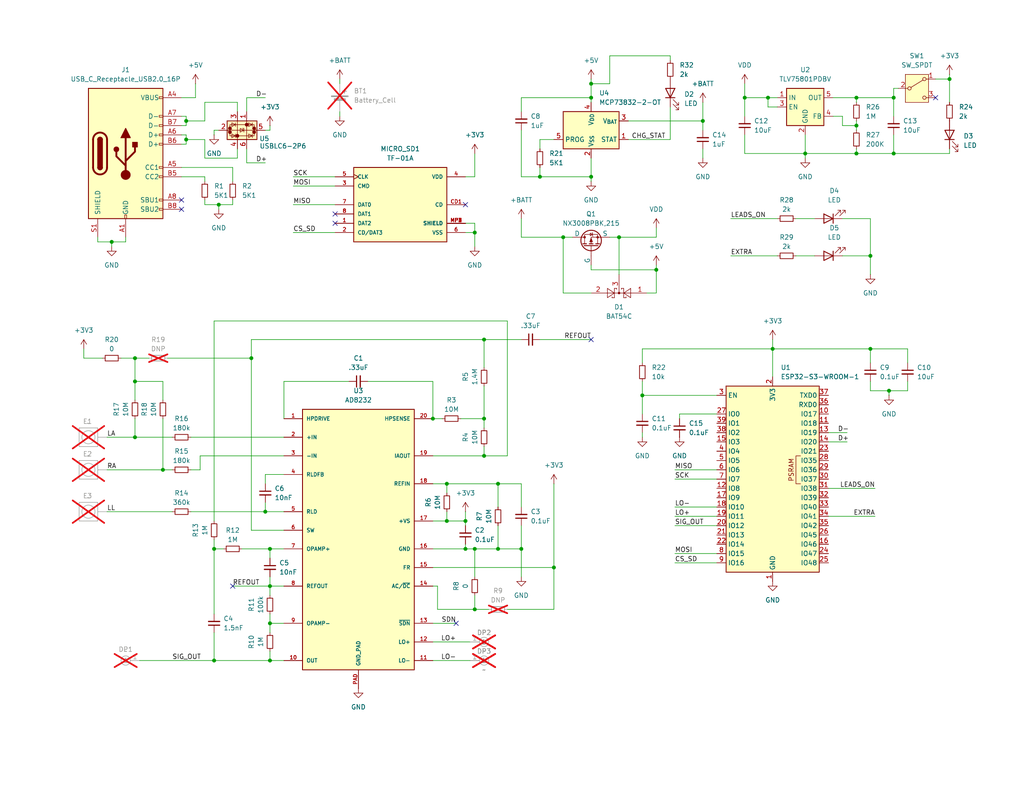
<source format=kicad_sch>
(kicad_sch (version 20231120) (generator "eeschema") (generator_version "8.0")
  (paper "USLetter")
  (title_block (title "Finger ECG Board") (date "2024-03-14") (rev "1.0") (company "Analog Lab"))
  (junction (at 161.29 48.26))
  (junction (at 209.55 26.67))
  (junction (at 129.54 63.5))
  (junction (at 121.92 142.24))
  (junction (at 129.54 166.37))
  (junction (at 59.69 55.88))
  (junction (at 68.58 97.79))
  (junction (at 203.2 26.67))
  (junction (at 127 149.86))
  (junction (at 179.07 73.66))
  (junction (at 153.67 64.77))
  (junction (at 168.91 64.77))
  (junction (at 259.08 21.59))
  (junction (at 30.48 66.04))
  (junction (at 73.66 160.02))
  (junction (at 36.83 97.79))
  (junction (at 219.71 41.91))
  (junction (at 73.66 170.18))
  (junction (at 210.82 95.25))
  (junction (at 233.68 26.67))
  (junction (at 135.89 149.86))
  (junction (at 73.66 149.86))
  (junction (at 36.83 119.38))
  (junction (at 73.66 180.34))
  (junction (at 147.32 48.26))
  (junction (at 151.13 154.94))
  (junction (at 142.24 149.86))
  (junction (at 132.08 114.3))
  (junction (at 175.26 107.95))
  (junction (at 121.92 132.08))
  (junction (at 50.8 38.1))
  (junction (at 132.08 124.46))
  (junction (at 191.77 33.02))
  (junction (at 132.08 92.71))
  (junction (at 242.57 106.68))
  (junction (at 36.83 104.14))
  (junction (at 50.8 33.02))
  (junction (at 233.68 41.91))
  (junction (at 44.45 128.27))
  (junction (at 233.68 34.29))
  (junction (at 129.54 149.86))
  (junction (at 161.29 26.67))
  (junction (at 58.42 149.86))
  (junction (at 58.42 180.34))
  (junction (at 127 142.24))
  (junction (at 237.49 69.85))
  (junction (at 135.89 132.08))
  (junction (at 72.39 139.7))
  (junction (at 161.29 22.86))
  (junction (at 237.49 95.25))
  (junction (at 243.84 41.91))
  (junction (at 243.84 26.67))
  (junction (at 118.11 114.3))
  (no_connect (at 49.53 57.15))
  (no_connect (at 49.53 54.61))
  (no_connect (at 255.27 26.67))
  (no_connect (at 124.46 170.18))
  (no_connect (at 63.5 160.02))
  (no_connect (at 127 55.88))
  (no_connect (at 91.44 58.42))
  (no_connect (at 161.29 92.71))
  (no_connect (at 91.44 60.96))
  (wire (pts (xy 182.88 29.21) (xy 182.88 38.1)))
  (wire (pts (xy 73.66 177.8) (xy 73.66 180.34)))
  (wire (pts (xy 67.31 44.45) (xy 72.39 44.45)))
  (wire (pts (xy 52.07 139.7) (xy 72.39 139.7)))
  (wire (pts (xy 59.69 55.88) (xy 59.69 57.15)))
  (wire (pts (xy 179.07 72.39) (xy 179.07 73.66)))
  (wire (pts (xy 166.37 22.86) (xy 161.29 22.86)))
  (wire (pts (xy 161.29 49.53) (xy 161.29 48.26)))
  (wire (pts (xy 219.71 36.83) (xy 219.71 41.91)))
  (wire (pts (xy 184.15 140.97) (xy 195.58 140.97)))
  (wire (pts (xy 135.89 138.43) (xy 135.89 132.08)))
  (wire (pts (xy 73.66 180.34) (xy 77.47 180.34)))
  (wire (pts (xy 77.47 129.54) (xy 72.39 129.54)))
  (wire (pts (xy 209.55 29.21) (xy 209.55 26.67)))
  (wire (pts (xy 72.39 35.56) (xy 73.66 35.56)))
  (wire (pts (xy 29.21 119.38) (xy 36.83 119.38)))
  (wire (pts (xy 259.08 20.32) (xy 259.08 21.59)))
  (wire (pts (xy 176.53 80.01) (xy 179.07 80.01)))
  (wire (pts (xy 238.76 133.35) (xy 226.06 133.35)))
  (wire (pts (xy 118.11 180.34) (xy 128.27 180.34)))
  (wire (pts (xy 199.39 69.85) (xy 212.09 69.85)))
  (wire (pts (xy 166.37 15.24) (xy 166.37 22.86)))
  (wire (pts (xy 55.88 55.88) (xy 59.69 55.88)))
  (wire (pts (xy 50.8 36.83) (xy 50.8 38.1)))
  (wire (pts (xy 161.29 73.66) (xy 161.29 72.39)))
  (wire (pts (xy 161.29 73.66) (xy 179.07 73.66)))
  (wire (pts (xy 72.39 129.54) (xy 72.39 132.08)))
  (wire (pts (xy 67.31 40.64) (xy 67.31 44.45)))
  (wire (pts (xy 171.45 38.1) (xy 182.88 38.1)))
  (wire (pts (xy 229.87 34.29) (xy 233.68 34.29)))
  (wire (pts (xy 55.88 43.18) (xy 64.77 43.18)))
  (wire (pts (xy 138.43 166.37) (xy 151.13 166.37)))
  (wire (pts (xy 227.33 31.75) (xy 229.87 31.75)))
  (wire (pts (xy 210.82 95.25) (xy 175.26 95.25)))
  (wire (pts (xy 242.57 106.68) (xy 237.49 106.68)))
  (wire (pts (xy 191.77 43.18) (xy 191.77 40.64)))
  (wire (pts (xy 153.67 64.77) (xy 153.67 80.01)))
  (wire (pts (xy 179.07 64.77) (xy 168.91 64.77)))
  (wire (pts (xy 142.24 149.86) (xy 135.89 149.86)))
  (wire (pts (xy 132.08 105.41) (xy 132.08 114.3)))
  (wire (pts (xy 127 63.5) (xy 129.54 63.5)))
  (wire (pts (xy 67.31 30.48) (xy 67.31 26.67)))
  (wire (pts (xy 233.68 41.91) (xy 219.71 41.91)))
  (wire (pts (xy 118.11 175.26) (xy 128.27 175.26)))
  (wire (pts (xy 49.53 36.83) (xy 50.8 36.83)))
  (wire (pts (xy 210.82 95.25) (xy 237.49 95.25)))
  (wire (pts (xy 129.54 48.26) (xy 127 48.26)))
  (wire (pts (xy 22.86 95.25) (xy 22.86 97.79)))
  (wire (pts (xy 184.15 143.51) (xy 195.58 143.51)))
  (wire (pts (xy 142.24 64.77) (xy 142.24 59.69)))
  (wire (pts (xy 30.48 67.31) (xy 30.48 66.04)))
  (wire (pts (xy 210.82 92.71) (xy 210.82 95.25)))
  (wire (pts (xy 229.87 69.85) (xy 237.49 69.85)))
  (wire (pts (xy 161.29 21.59) (xy 161.29 22.86)))
  (wire (pts (xy 59.69 35.56) (xy 58.42 35.56)))
  (wire (pts (xy 118.11 170.18) (xy 124.46 170.18)))
  (wire (pts (xy 73.66 157.48) (xy 73.66 160.02)))
  (wire (pts (xy 135.89 149.86) (xy 135.89 143.51)))
  (wire (pts (xy 142.24 138.43) (xy 142.24 132.08)))
  (wire (pts (xy 142.24 157.48) (xy 142.24 149.86)))
  (wire (pts (xy 175.26 119.38) (xy 175.26 118.11)))
  (wire (pts (xy 121.92 132.08) (xy 121.92 134.62)))
  (wire (pts (xy 237.49 59.69) (xy 237.49 69.85)))
  (wire (pts (xy 36.83 104.14) (xy 36.83 109.22)))
  (wire (pts (xy 73.66 160.02) (xy 73.66 162.56)))
  (wire (pts (xy 161.29 43.18) (xy 161.29 48.26)))
  (wire (pts (xy 127 60.96) (xy 129.54 60.96)))
  (wire (pts (xy 212.09 26.67) (xy 209.55 26.67)))
  (wire (pts (xy 247.65 106.68) (xy 242.57 106.68)))
  (wire (pts (xy 242.57 106.68) (xy 242.57 107.95)))
  (wire (pts (xy 226.06 118.11) (xy 231.14 118.11)))
  (wire (pts (xy 49.53 26.67) (xy 53.34 26.67)))
  (wire (pts (xy 58.42 142.24) (xy 58.42 87.63)))
  (wire (pts (xy 219.71 43.18) (xy 219.71 41.91)))
  (wire (pts (xy 142.24 143.51) (xy 142.24 149.86)))
  (wire (pts (xy 243.84 41.91) (xy 243.84 36.83)))
  (wire (pts (xy 36.83 104.14) (xy 44.45 104.14)))
  (wire (pts (xy 184.15 153.67) (xy 195.58 153.67)))
  (wire (pts (xy 55.88 55.88) (xy 55.88 54.61)))
  (wire (pts (xy 36.83 119.38) (xy 46.99 119.38)))
  (wire (pts (xy 168.91 64.77) (xy 166.37 64.77)))
  (wire (pts (xy 63.5 160.02) (xy 73.66 160.02)))
  (wire (pts (xy 147.32 38.1) (xy 147.32 40.64)))
  (wire (pts (xy 129.54 41.91) (xy 129.54 48.26)))
  (wire (pts (xy 36.83 97.79) (xy 40.64 97.79)))
  (wire (pts (xy 129.54 162.56) (xy 129.54 166.37)))
  (wire (pts (xy 151.13 38.1) (xy 147.32 38.1)))
  (wire (pts (xy 34.29 66.04) (xy 34.29 64.77)))
  (wire (pts (xy 233.68 26.67) (xy 243.84 26.67)))
  (wire (pts (xy 77.47 114.3) (xy 77.47 104.14)))
  (wire (pts (xy 142.24 30.48) (xy 142.24 26.67)))
  (wire (pts (xy 49.53 45.72) (xy 63.5 45.72)))
  (wire (pts (xy 52.07 128.27) (xy 54.61 128.27)))
  (wire (pts (xy 80.01 50.8) (xy 91.44 50.8)))
  (wire (pts (xy 138.43 124.46) (xy 132.08 124.46)))
  (wire (pts (xy 237.49 104.14) (xy 237.49 106.68)))
  (wire (pts (xy 54.61 128.27) (xy 54.61 124.46)))
  (wire (pts (xy 222.25 69.85) (xy 217.17 69.85)))
  (wire (pts (xy 142.24 26.67) (xy 161.29 26.67)))
  (wire (pts (xy 132.08 116.84) (xy 132.08 114.3)))
  (wire (pts (xy 72.39 139.7) (xy 77.47 139.7)))
  (wire (pts (xy 49.53 48.26) (xy 55.88 48.26)))
  (wire (pts (xy 147.32 48.26) (xy 161.29 48.26)))
  (wire (pts (xy 58.42 147.32) (xy 58.42 149.86)))
  (wire (pts (xy 161.29 26.67) (xy 161.29 27.94)))
  (wire (pts (xy 175.26 107.95) (xy 195.58 107.95)))
  (wire (pts (xy 237.49 95.25) (xy 247.65 95.25)))
  (wire (pts (xy 38.1 180.34) (xy 58.42 180.34)))
  (wire (pts (xy 132.08 124.46) (xy 132.08 121.92)))
  (wire (pts (xy 168.91 64.77) (xy 168.91 74.93)))
  (wire (pts (xy 66.04 149.86) (xy 73.66 149.86)))
  (wire (pts (xy 233.68 26.67) (xy 227.33 26.67)))
  (wire (pts (xy 226.06 120.65) (xy 231.14 120.65)))
  (wire (pts (xy 30.48 66.04) (xy 34.29 66.04)))
  (wire (pts (xy 118.11 154.94) (xy 151.13 154.94)))
  (wire (pts (xy 247.65 95.25) (xy 247.65 99.06)))
  (wire (pts (xy 77.47 104.14) (xy 95.25 104.14)))
  (wire (pts (xy 237.49 69.85) (xy 237.49 74.93)))
  (wire (pts (xy 53.34 26.67) (xy 53.34 22.86)))
  (wire (pts (xy 50.8 31.75) (xy 50.8 33.02)))
  (wire (pts (xy 58.42 35.56) (xy 58.42 36.83)))
  (wire (pts (xy 219.71 41.91) (xy 203.2 41.91)))
  (wire (pts (xy 68.58 97.79) (xy 68.58 144.78)))
  (wire (pts (xy 147.32 92.71) (xy 161.29 92.71)))
  (wire (pts (xy 50.8 38.1) (xy 55.88 38.1)))
  (wire (pts (xy 26.67 66.04) (xy 26.67 64.77)))
  (wire (pts (xy 54.61 124.46) (xy 77.47 124.46)))
  (wire (pts (xy 184.15 130.81) (xy 195.58 130.81)))
  (wire (pts (xy 121.92 142.24) (xy 118.11 142.24)))
  (wire (pts (xy 63.5 45.72) (xy 63.5 49.53)))
  (wire (pts (xy 121.92 139.7) (xy 121.92 142.24)))
  (wire (pts (xy 127 142.24) (xy 127 143.51)))
  (wire (pts (xy 175.26 104.14) (xy 175.26 107.95)))
  (wire (pts (xy 30.48 66.04) (xy 26.67 66.04)))
  (wire (pts (xy 68.58 97.79) (xy 68.58 92.71)))
  (wire (pts (xy 147.32 45.72) (xy 147.32 48.26)))
  (wire (pts (xy 129.54 149.86) (xy 135.89 149.86)))
  (wire (pts (xy 229.87 59.69) (xy 237.49 59.69)))
  (wire (pts (xy 203.2 26.67) (xy 203.2 31.75)))
  (wire (pts (xy 132.08 92.71) (xy 142.24 92.71)))
  (wire (pts (xy 153.67 80.01) (xy 161.29 80.01)))
  (wire (pts (xy 233.68 27.94) (xy 233.68 26.67)))
  (wire (pts (xy 127 149.86) (xy 127 148.59)))
  (wire (pts (xy 55.88 27.94) (xy 64.77 27.94)))
  (wire (pts (xy 127 149.86) (xy 129.54 149.86)))
  (wire (pts (xy 129.54 60.96) (xy 129.54 63.5)))
  (wire (pts (xy 129.54 149.86) (xy 129.54 157.48)))
  (wire (pts (xy 58.42 87.63) (xy 138.43 87.63)))
  (wire (pts (xy 55.88 38.1) (xy 55.88 43.18)))
  (wire (pts (xy 184.15 151.13) (xy 195.58 151.13)))
  (wire (pts (xy 77.47 144.78) (xy 68.58 144.78)))
  (wire (pts (xy 121.92 142.24) (xy 127 142.24)))
  (wire (pts (xy 80.01 48.26) (xy 91.44 48.26)))
  (wire (pts (xy 259.08 41.91) (xy 243.84 41.91)))
  (wire (pts (xy 58.42 180.34) (xy 73.66 180.34)))
  (wire (pts (xy 27.94 97.79) (xy 22.86 97.79)))
  (wire (pts (xy 191.77 33.02) (xy 191.77 35.56)))
  (wire (pts (xy 59.69 55.88) (xy 63.5 55.88)))
  (wire (pts (xy 58.42 172.72) (xy 58.42 180.34)))
  (wire (pts (xy 245.11 24.13) (xy 243.84 24.13)))
  (wire (pts (xy 36.83 97.79) (xy 36.83 104.14)))
  (wire (pts (xy 191.77 33.02) (xy 191.77 27.94)))
  (wire (pts (xy 118.11 149.86) (xy 127 149.86)))
  (wire (pts (xy 73.66 149.86) (xy 73.66 152.4)))
  (wire (pts (xy 73.66 170.18) (xy 73.66 172.72)))
  (wire (pts (xy 64.77 43.18) (xy 64.77 40.64)))
  (wire (pts (xy 175.26 107.95) (xy 175.26 113.03)))
  (wire (pts (xy 132.08 92.71) (xy 132.08 100.33)))
  (wire (pts (xy 171.45 33.02) (xy 191.77 33.02)))
  (wire (pts (xy 92.71 21.59) (xy 92.71 22.86)))
  (wire (pts (xy 118.11 124.46) (xy 132.08 124.46)))
  (wire (pts (xy 259.08 21.59) (xy 259.08 27.94)))
  (wire (pts (xy 203.2 26.67) (xy 203.2 22.86)))
  (wire (pts (xy 238.76 140.97) (xy 226.06 140.97)))
  (wire (pts (xy 50.8 39.37) (xy 49.53 39.37)))
  (wire (pts (xy 233.68 34.29) (xy 233.68 35.56)))
  (wire (pts (xy 58.42 149.86) (xy 58.42 167.64)))
  (wire (pts (xy 138.43 87.63) (xy 138.43 124.46)))
  (wire (pts (xy 49.53 34.29) (xy 50.8 34.29)))
  (wire (pts (xy 44.45 104.14) (xy 44.45 109.22)))
  (wire (pts (xy 195.58 113.03) (xy 185.42 113.03)))
  (wire (pts (xy 80.01 55.88) (xy 91.44 55.88)))
  (wire (pts (xy 142.24 48.26) (xy 147.32 48.26)))
  (wire (pts (xy 210.82 95.25) (xy 210.82 102.87)))
  (wire (pts (xy 184.15 138.43) (xy 195.58 138.43)))
  (wire (pts (xy 243.84 26.67) (xy 243.84 31.75)))
  (wire (pts (xy 185.42 113.03) (xy 185.42 114.3)))
  (wire (pts (xy 129.54 166.37) (xy 133.35 166.37)))
  (wire (pts (xy 237.49 95.25) (xy 237.49 99.06)))
  (wire (pts (xy 247.65 104.14) (xy 247.65 106.68)))
  (wire (pts (xy 58.42 149.86) (xy 60.96 149.86)))
  (wire (pts (xy 182.88 15.24) (xy 166.37 15.24)))
  (wire (pts (xy 135.89 132.08) (xy 121.92 132.08)))
  (wire (pts (xy 33.02 97.79) (xy 36.83 97.79)))
  (wire (pts (xy 29.21 128.27) (xy 44.45 128.27)))
  (wire (pts (xy 203.2 41.91) (xy 203.2 36.83)))
  (wire (pts (xy 233.68 41.91) (xy 243.84 41.91)))
  (wire (pts (xy 199.39 59.69) (xy 212.09 59.69)))
  (wire (pts (xy 80.01 63.5) (xy 91.44 63.5)))
  (wire (pts (xy 64.77 27.94) (xy 64.77 30.48)))
  (wire (pts (xy 179.07 64.77) (xy 179.07 62.23)))
  (wire (pts (xy 179.07 73.66) (xy 179.07 80.01)))
  (wire (pts (xy 142.24 132.08) (xy 135.89 132.08)))
  (wire (pts (xy 175.26 95.25) (xy 175.26 99.06)))
  (wire (pts (xy 68.58 97.79) (xy 45.72 97.79)))
  (wire (pts (xy 132.08 114.3) (xy 125.73 114.3)))
  (wire (pts (xy 142.24 35.56) (xy 142.24 48.26)))
  (wire (pts (xy 127 142.24) (xy 127 139.7)))
  (wire (pts (xy 52.07 119.38) (xy 77.47 119.38)))
  (wire (pts (xy 119.38 160.02) (xy 118.11 160.02)))
  (wire (pts (xy 243.84 24.13) (xy 243.84 26.67)))
  (wire (pts (xy 229.87 31.75) (xy 229.87 34.29)))
  (wire (pts (xy 209.55 26.67) (xy 203.2 26.67)))
  (wire (pts (xy 77.47 170.18) (xy 73.66 170.18)))
  (wire (pts (xy 55.88 48.26) (xy 55.88 49.53)))
  (wire (pts (xy 73.66 149.86) (xy 77.47 149.86)))
  (wire (pts (xy 50.8 33.02) (xy 55.88 33.02)))
  (wire (pts (xy 129.54 63.5) (xy 129.54 67.31)))
  (wire (pts (xy 50.8 31.75) (xy 49.53 31.75)))
  (wire (pts (xy 73.66 167.64) (xy 73.66 170.18)))
  (wire (pts (xy 161.29 22.86) (xy 161.29 26.67)))
  (wire (pts (xy 233.68 33.02) (xy 233.68 34.29)))
  (wire (pts (xy 36.83 114.3) (xy 36.83 119.38)))
  (wire (pts (xy 118.11 114.3) (xy 120.65 114.3)))
  (wire (pts (xy 217.17 59.69) (xy 222.25 59.69)))
  (wire (pts (xy 73.66 34.29) (xy 73.66 35.56)))
  (wire (pts (xy 182.88 16.51) (xy 182.88 15.24)))
  (wire (pts (xy 255.27 21.59) (xy 259.08 21.59)))
  (wire (pts (xy 151.13 154.94) (xy 151.13 132.08)))
  (wire (pts (xy 68.58 92.71) (xy 132.08 92.71)))
  (wire (pts (xy 29.21 139.7) (xy 46.99 139.7)))
  (wire (pts (xy 233.68 40.64) (xy 233.68 41.91)))
  (wire (pts (xy 92.71 31.75) (xy 92.71 30.48)))
  (wire (pts (xy 184.15 128.27) (xy 195.58 128.27)))
  (wire (pts (xy 259.08 40.64) (xy 259.08 41.91)))
  (wire (pts (xy 63.5 55.88) (xy 63.5 54.61)))
  (wire (pts (xy 118.11 104.14) (xy 118.11 114.3)))
  (wire (pts (xy 151.13 154.94) (xy 151.13 166.37)))
  (wire (pts (xy 44.45 114.3) (xy 44.45 128.27)))
  (wire (pts (xy 67.31 26.67) (xy 72.39 26.67)))
  (wire (pts (xy 50.8 38.1) (xy 50.8 39.37)))
  (wire (pts (xy 118.11 132.08) (xy 121.92 132.08)))
  (wire (pts (xy 77.47 160.02) (xy 73.66 160.02)))
  (wire (pts (xy 44.45 128.27) (xy 46.99 128.27)))
  (wire (pts (xy 156.21 64.77) (xy 153.67 64.77)))
  (wire (pts (xy 72.39 137.16) (xy 72.39 139.7)))
  (wire (pts (xy 142.24 64.77) (xy 153.67 64.77)))
  (wire (pts (xy 55.88 33.02) (xy 55.88 27.94)))
  (wire (pts (xy 50.8 33.02) (xy 50.8 34.29)))
  (wire (pts (xy 119.38 166.37) (xy 129.54 166.37)))
  (wire (pts (xy 119.38 160.02) (xy 119.38 166.37)))
  (wire (pts (xy 212.09 29.21) (xy 209.55 29.21)))
  (wire (pts (xy 100.33 104.14) (xy 118.11 104.14)))
  (label "SIG_OUT" (at 184.15 143.51 0))
  (label "LL" (at 29.21 139.7 0))
  (label "REFOUT" (at 63.5 160.02 0))
  (label "EXTRA" (at 199.39 69.85 0))
  (label "LA" (at 29.21 119.38 0))
  (label "MISO" (at 80.01 55.88 0))
  (label "MOSI" (at 80.01 50.8 0))
  (label "CS_SD" (at 184.15 153.67 0))
  (label "D-" (at 69.85 26.67 0))
  (label "SCK" (at 80.01 48.26 0))
  (label "CHG_STAT" (at 181.61 38.1 180))
  (label "MISO" (at 184.15 128.27 0))
  (label "LO+" (at 184.15 140.97 0))
  (label "LO-" (at 184.15 138.43 0))
  (label "REFOUT" (at 161.29 92.71 180))
  (label "D-" (at 228.6 118.11 0))
  (label "LEADS_ON" (at 238.76 133.35 180))
  (label "LO+" (at 124.46 175.26 180))
  (label "RA" (at 29.21 128.27 0))
  (label "SDN" (at 124.46 170.18 180))
  (label "SCK" (at 184.15 130.81 0))
  (label "D+" (at 228.6 120.65 0))
  (label "LO-" (at 124.46 180.34 180))
  (label "MOSI" (at 184.15 151.13 0))
  (label "EXTRA" (at 238.76 140.97 180))
  (label "D+" (at 69.85 44.45 0))
  (label "CS_SD" (at 80.01 63.5 0))
  (label "LEADS_ON" (at 199.39 59.69 0))
  (label "SIG_OUT" (at 46.99 180.34 0))
  (symbol (lib_id "Device:LED") (at 259.08 36.83 90) (unit 1)
    (property "Reference" "D3" (at 262.89 37.1474 90) (effects (justify right)))
    (property "Value" "LED" (at 262.89 39.6874 90) (effects (justify right)))
    (property "Footprint" "LED_SMD:LED_0603_1608Metric" (effects (hide yes)))
    (property "Description" "Light emitting diode" (effects (hide yes)))
    (property "LCSC Part #" "C2286" (effects (hide yes)))
  )
  (symbol (lib_id "Device:R_Small") (at 73.66 165.1 180) (unit 1)
    (property "Reference" "R11" (at 68.58 165.1 90))
    (property "Value" "100k" (at 71.12 165.1 90))
    (property "Footprint" "Resistor_SMD:R_0603_1608Metric" (effects (hide yes)))
    (property "Description" "Resistor, small symbol" (effects (hide yes)))
    (property "LCSC Part #" "C25803" (effects (hide yes)))
  )
  (symbol (lib_id "power:+5V") (at 53.34 22.86 0) (unit 1)
    (property "Reference" "#PWR05" (effects (hide yes)))
    (property "Value" "+5V" (at 53.34 17.78 0))
    (property "Description" "Power symbol creates a global label with name \"+5V\"" (effects (hide yes)))
  )
  (symbol (lib_id "Device:LED") (at 182.88 25.4 90) (unit 1)
    (property "Reference" "D2" (at 186.69 25.7174 90) (effects (justify right)))
    (property "Value" "LED" (at 186.69 28.2574 90) (effects (justify right)))
    (property "Footprint" "LED_SMD:LED_0603_1608Metric" (effects (hide yes)))
    (property "Description" "Light emitting diode" (effects (hide yes)))
    (property "LCSC Part #" "C2286" (effects (hide yes)))
  )
  (symbol (lib_id "DebugPad:DebugPadSmall") (at 34.29 180.34 180) (unit 1) (dnp yes)
    (property "Reference" "DP1" (at 34.29 177.292 0))
    (property "Value" "~" (at 34.29 177.8 0))
    (property "Footprint" "DebugPad:DebugPad" (effects (hide yes)))
  )
  (symbol (lib_id "Device:C_Small") (at 247.65 101.6 0) (unit 1)
    (property "Reference" "C10" (at 250.19 100.3362 0) (effects (justify left)))
    (property "Value" "10uF" (at 250.19 102.8762 0) (effects (justify left)))
    (property "Footprint" "Capacitor_SMD:C_0805_2012Metric" (effects (hide yes)))
    (property "Description" "Unpolarized capacitor, small symbol" (effects (hide yes)))
    (property "LCSC Part #" "C19702" (effects (hide yes)))
  )
  (symbol (lib_id "Device:C_Small") (at 58.42 170.18 180) (unit 1)
    (property "Reference" "C4" (at 60.96 168.9035 0) (effects (justify right)))
    (property "Value" "1.5nF" (at 60.96 171.4435 0) (effects (justify right)))
    (property "Footprint" "Capacitor_SMD:C_0603_1608Metric" (effects (hide yes)))
    (property "Description" "Unpolarized capacitor, small symbol" (effects (hide yes)))
    (property "LCSC Part #" "C1588" (effects (hide yes)))
  )
  (symbol (lib_id "power:+3V3") (at 73.66 34.29 0) (unit 1)
    (property "Reference" "#PWR027" (effects (hide yes)))
    (property "Value" "+3V3" (at 73.66 29.21 0))
    (property "Description" "Power symbol creates a global label with name \"+3V3\"" (effects (hide yes)))
  )
  (symbol (lib_id "Device:R_Small") (at 135.89 166.37 90) (unit 1) (dnp yes)
    (property "Reference" "R9" (at 135.89 161.29 90))
    (property "Value" "DNP" (at 135.89 163.83 90))
    (property "Footprint" "Resistor_SMD:R_0603_1608Metric" (effects (hide yes)))
    (property "Description" "Resistor, small symbol" (effects (hide yes)))
  )
  (symbol (lib_id "Device:R_Small") (at 135.89 140.97 180) (unit 1)
    (property "Reference" "R7" (at 130.81 140.97 90))
    (property "Value" "10M" (at 133.35 140.97 90))
    (property "Footprint" "Resistor_SMD:R_0603_1608Metric" (effects (hide yes)))
    (property "Description" "Resistor, small symbol" (effects (hide yes)))
    (property "LCSC Part #" "C7250" (effects (hide yes)))
  )
  (symbol (lib_id "power:GND") (at 242.57 107.95 0) (unit 1)
    (property "Reference" "#PWR023" (effects (hide yes)))
    (property "Value" "GND" (at 242.57 113.03 0))
    (property "Description" "Power symbol creates a global label with name \"GND\" , ground" (effects (hide yes)))
  )
  (symbol (lib_id "Diode:BAT54C") (at 168.91 80.01 180) (unit 1)
    (property "Reference" "D1" (at 168.91 83.82 0))
    (property "Value" "BAT54C" (at 168.91 86.36 0))
    (property "Footprint" "Package_TO_SOT_SMD:SOT-23" (effects (hide yes)))
    (property "Datasheet" "http://www.diodes.com/_files/datasheets/ds11005.pdf" (effects (hide yes)))
    (property "Description" "dual schottky barrier diode, common cathode" (effects (hide yes)))
    (property "LCSC Part #" "C2828464" (effects (hide yes)))
  )
  (symbol (lib_id "Device:C_Small") (at 97.79 104.14 90) (unit 1)
    (property "Reference" "C1" (at 97.7963 97.79 90))
    (property "Value" ".33uF" (at 97.7963 100.33 90))
    (property "Footprint" "Capacitor_SMD:C_0603_1608Metric" (effects (hide yes)))
    (property "Description" "Unpolarized capacitor, small symbol" (effects (hide yes)))
    (property "LCSC Part #" "C2991452" (effects (hide yes)))
  )
  (symbol (lib_id "Power_Protection:USBLC6-2P6") (at 67.31 35.56 270) (unit 1)
    (property "Reference" "U5" (at 72.136 37.846 90))
    (property "Value" "USBLC6-2P6" (at 77.216 39.878 90))
    (property "Footprint" "Package_TO_SOT_SMD:SOT-666" (effects (hide yes)))
    (property "Datasheet" "https://www.st.com/resource/en/datasheet/usblc6-2.pdf" (effects (hide yes)))
    (property "Description" "Very low capacitance ESD protection diode, 2 data-line, SOT-666" (effects (hide yes)))
    (property "LCSC Part #" "C2827693" (effects (hide yes)))
  )
  (symbol (lib_id "Regulator_Linear:TLV75801PDBV") (at 219.71 29.21 0) (unit 1)
    (property "Reference" "U2" (at 219.71 19.05 0))
    (property "Value" "TLV75801PDBV" (at 219.71 21.59 0))
    (property "Footprint" "Package_TO_SOT_SMD:SOT-23-5" (effects (hide yes)))
    (property "Datasheet" "https://www.ti.com/lit/ds/symlink/tlv758p.pdf" (effects (hide yes)))
    (property "Description" "500mA Low-Dropout Linear Regulator, Adjustable Output, SOT-23-5" (effects (hide yes)))
    (property "LCSC Part #" "C2877852" (effects (hide yes)))
  )
  (symbol (lib_id "power:GND") (at 92.71 31.75 0) (unit 1)
    (property "Reference" "#PWR028" (effects (hide yes)))
    (property "Value" "GND" (at 92.71 36.83 0))
    (property "Description" "Power symbol creates a global label with name \"GND\" , ground" (effects (hide yes)))
  )
  (symbol (lib_id "Device:R_Small") (at 182.88 19.05 0) (unit 1)
    (property "Reference" "R32" (at 185.42 17.7799 0) (effects (justify left)))
    (property "Value" "2k" (at 185.42 20.3199 0) (effects (justify left)))
    (property "Footprint" "Resistor_SMD:R_0603_1608Metric" (effects (hide yes)))
    (property "Description" "Resistor, small symbol" (effects (hide yes)))
    (property "LCSC Part #" "C22975" (effects (hide yes)))
  )
  (symbol (lib_id "power:+3V3") (at 129.54 41.91 0) (unit 1)
    (property "Reference" "#PWR09" (effects (hide yes)))
    (property "Value" "+3V3" (at 129.54 36.83 0))
    (property "Description" "Power symbol creates a global label with name \"+3V3\"" (effects (hide yes)))
  )
  (symbol (lib_id "power:+3V3") (at 22.86 95.25 0) (unit 1)
    (property "Reference" "#PWR013" (effects (hide yes)))
    (property "Value" "+3V3" (at 22.86 90.17 0))
    (property "Description" "Power symbol creates a global label with name \"+3V3\"" (effects (hide yes)))
  )
  (symbol (lib_id "power:GND") (at 129.54 67.31 0) (mirror y) (unit 1)
    (property "Reference" "#PWR08" (effects (hide yes)))
    (property "Value" "GND" (at 129.54 72.39 0))
    (property "Description" "Power symbol creates a global label with name \"GND\" , ground" (effects (hide yes)))
  )
  (symbol (lib_id "power:GND") (at 30.48 67.31 0) (unit 1)
    (property "Reference" "#PWR04" (effects (hide yes)))
    (property "Value" "GND" (at 30.48 72.39 0))
    (property "Description" "Power symbol creates a global label with name \"GND\" , ground" (effects (hide yes)))
  )
  (symbol (lib_id "Device:R_Small") (at 123.19 114.3 90) (unit 1)
    (property "Reference" "R3" (at 123.19 109.22 90))
    (property "Value" "10M" (at 123.19 111.76 90))
    (property "Footprint" "Resistor_SMD:R_0603_1608Metric" (effects (hide yes)))
    (property "Description" "Resistor, small symbol" (effects (hide yes)))
    (property "LCSC Part #" "C7250" (effects (hide yes)))
  )
  (symbol (lib_id "Device:R_Small") (at 36.83 111.76 180) (unit 1)
    (property "Reference" "R17" (at 31.75 111.76 90))
    (property "Value" "10M" (at 34.29 111.76 90))
    (property "Footprint" "Resistor_SMD:R_0603_1608Metric" (effects (hide yes)))
    (property "Description" "Resistor, small symbol" (effects (hide yes)))
    (property "LCSC Part #" "C7250" (effects (hide yes)))
  )
  (symbol (lib_id "power:GND") (at 191.77 43.18 0) (unit 1)
    (property "Reference" "#PWR07" (effects (hide yes)))
    (property "Value" "GND" (at 191.77 48.26 0))
    (property "Description" "Power symbol creates a global label with name \"GND\" , ground" (effects (hide yes)))
  )
  (symbol (lib_id "Device:Battery_Cell") (at 92.71 27.94 0) (unit 1) (dnp yes)
    (property "Reference" "BT1" (at 96.52 24.8284 0) (effects (justify left)))
    (property "Value" "Battery_Cell" (at 96.52 27.3684 0) (effects (justify left)))
    (property "Footprint" "Battery:battery_pads" (effects (hide yes)))
    (property "Description" "Single-cell battery" (effects (hide yes)))
  )
  (symbol (lib_id "Device:LED") (at 226.06 59.69 180) (unit 1)
    (property "Reference" "D4" (at 227.6475 52.07 0))
    (property "Value" "LED" (at 227.6475 54.61 0))
    (property "Footprint" "LED_SMD:LED_0603_1608Metric" (effects (hide yes)))
    (property "Description" "Light emitting diode" (effects (hide yes)))
    (property "LCSC Part #" "C2286" (effects (hide yes)))
  )
  (symbol (lib_id "DebugPad:DebugPadSmall") (at 132.08 180.34 0) (unit 1) (dnp yes)
    (property "Reference" "DP3" (at 132.08 177.8 0))
    (property "Value" "~" (at 132.08 182.88 0))
    (property "Footprint" "DebugPad:DebugPad" (effects (hide yes)))
  )
  (symbol (lib_id "power:GND") (at 219.71 43.18 0) (unit 1)
    (property "Reference" "#PWR021" (effects (hide yes)))
    (property "Value" "GND" (at 219.71 48.26 0))
    (property "Description" "Power symbol creates a global label with name \"GND\" , ground" (effects (hide yes)))
  )
  (symbol (lib_id "power:GND") (at 59.69 57.15 0) (unit 1)
    (property "Reference" "#PWR06" (effects (hide yes)))
    (property "Value" "GND" (at 59.69 62.23 0))
    (property "Description" "Power symbol creates a global label with name \"GND\" , ground" (effects (hide yes)))
  )
  (symbol (lib_id "Device:C_Small") (at 185.42 116.84 0) (unit 1)
    (property "Reference" "C15" (at 187.96 115.5762 0) (effects (justify left)))
    (property "Value" "0.1uF" (at 187.96 118.1162 0) (effects (justify left)))
    (property "Footprint" "Capacitor_SMD:C_0603_1608Metric" (effects (hide yes)))
    (property "Description" "Unpolarized capacitor, small symbol" (effects (hide yes)))
    (property "LCSC Part #" "C14663" (effects (hide yes)))
  )
  (symbol (lib_id "Device:R_Small") (at 30.48 97.79 90) (unit 1)
    (property "Reference" "R20" (at 30.48 92.71 90))
    (property "Value" "0" (at 30.48 95.25 90))
    (property "Footprint" "Resistor_SMD:R_0603_1608Metric" (effects (hide yes)))
    (property "Description" "Resistor, small symbol" (effects (hide yes)))
    (property "Sim.Device" "R" (effects (hide yes)))
    (property "Sim.Pins" "1=+ 2=-" (effects (hide yes)))
    (property "LCSC Part #" "C21189" (effects (hide yes)))
  )
  (symbol (lib_id "DebugPad:DebugPadSmall") (at 132.08 175.26 0) (unit 1) (dnp yes)
    (property "Reference" "DP2" (at 132.08 172.72 0))
    (property "Value" "~" (at 132.08 177.8 0))
    (property "Footprint" "DebugPad:DebugPad" (effects (hide yes)))
  )
  (symbol (lib_id "TF-01A:TF-01A") (at 109.22 55.88 0) (unit 1)
    (property "Reference" "MICRO_SD1" (at 109.22 40.64 0))
    (property "Value" "TF-01A" (at 109.22 43.18 0))
    (property "Footprint" "TF-01A:TF-01A" (effects (hide yes)))
    (property "MF" "HRO Electronics Co., Ltd." (effects (hide yes)))
    (property "Description_1" "\nStandard Card Edge Connectors\n" (effects (hide yes)))
    (property "Package" "Package" (effects (hide yes)))
    (property "Price" "None" (effects (hide yes)))
    (property "SnapEDA_Link" "https://www.snapeda.com/parts/TF-01A/HRO+Electronics+Co.%252C+Ltd./view-part/?ref=snap" (effects (hide yes)))
    (property "MP" "TF-01A" (effects (hide yes)))
    (property "Availability" "Not in stock" (effects (hide yes)))
    (property "Check_prices" "https://www.snapeda.com/parts/TF-01A/HRO+Electronics+Co.%252C+Ltd./view-part/?ref=eda" (effects (hide yes)))
    (property "LCSC Part #" "C2889258" (effects (hide yes)))
  )
  (symbol (lib_id "Battery_Management:MCP73832-2-OT") (at 161.29 35.56 0) (unit 1)
    (property "Reference" "U4" (at 163.4841 25.4 0) (effects (justify left)))
    (property "Value" "MCP73832-2-OT" (at 163.4841 27.94 0) (effects (justify left)))
    (property "Footprint" "Package_TO_SOT_SMD:SOT-23-5" (effects (hide yes)))
    (property "Datasheet" "http://ww1.microchip.com/downloads/en/DeviceDoc/20001984g.pdf" (effects (hide yes)))
    (property "Description" "Single cell, Li-Ion/Li-Po charge management controller, 4.20V, Open-Drain Status Output, in SOT23-5 package" (effects (hide yes)))
    (property "LCSC Part #" "C38066" (effects (hide yes)))
  )
  (symbol (lib_id "Device:R_Small") (at 147.32 43.18 0) (unit 1)
    (property "Reference" "R21" (at 149.86 41.9099 0) (effects (justify left)))
    (property "Value" "5K1" (at 149.86 44.4499 0) (effects (justify left)))
    (property "Footprint" "Resistor_SMD:R_0603_1608Metric" (effects (hide yes)))
    (property "Description" "Resistor, small symbol" (effects (hide yes)))
    (property "LCSC Part #" "C23186" (effects (hide yes)))
  )
  (symbol (lib_id "Switch:SW_SPDT") (at 250.19 24.13 0) (unit 1)
    (property "Reference" "SW1" (at 250.19 15.24 0))
    (property "Value" "SW_SPDT" (at 250.19 17.78 0))
    (property "Footprint" "Button_Switch_SMD:SW_SPDT_PCM12" (effects (hide yes)))
    (property "Description" "Switch, single pole double throw" (effects (hide yes)))
    (property "LCSC Part #" "C109335" (effects (hide yes)))
  )
  (symbol (lib_id "Device:R_Small") (at 44.45 111.76 180) (unit 1)
    (property "Reference" "R18" (at 39.37 111.76 90))
    (property "Value" "10M" (at 41.91 111.76 90))
    (property "Footprint" "Resistor_SMD:R_0603_1608Metric" (effects (hide yes)))
    (property "Description" "Resistor, small symbol" (effects (hide yes)))
    (property "LCSC Part #" "C7250" (effects (hide yes)))
  )
  (symbol (lib_id "Device:R_Small") (at 132.08 102.87 180) (unit 1)
    (property "Reference" "R5" (at 127 102.87 90))
    (property "Value" "1.4M" (at 129.54 102.87 90))
    (property "Footprint" "Resistor_SMD:R_0603_1608Metric" (effects (hide yes)))
    (property "Description" "Resistor, small symbol" (effects (hide yes)))
    (property "LCSC Part #" "C3016282" (effects (hide yes)))
  )
  (symbol (lib_id "power:+3V3") (at 151.13 132.08 0) (unit 1)
    (property "Reference" "#PWR011" (effects (hide yes)))
    (property "Value" "+3V3" (at 151.13 127 0))
    (property "Description" "Power symbol creates a global label with name \"+3V3\"" (effects (hide yes)))
  )
  (symbol (lib_id "Device:C_Small") (at 127 146.05 180) (unit 1)
    (property "Reference" "C2" (at 129.54 144.7735 0) (effects (justify right)))
    (property "Value" "0.1uF" (at 129.54 147.3135 0) (effects (justify right)))
    (property "Footprint" "Capacitor_SMD:C_0603_1608Metric" (effects (hide yes)))
    (property "Description" "Unpolarized capacitor, small symbol" (effects (hide yes)))
    (property "LCSC Part #" "C14663" (effects (hide yes)))
  )
  (symbol (lib_id "power:+5V") (at 203.2 22.86 0) (unit 1)
    (property "Reference" "#PWR020" (effects (hide yes)))
    (property "Value" "VDD" (at 203.2 17.78 0))
    (property "Description" "Power symbol creates a global label with name \"+5V\"" (effects (hide yes)))
  )
  (symbol (lib_id "power:GND") (at 185.42 119.38 0) (unit 1)
    (property "Reference" "#PWR025" (effects (hide yes)))
    (property "Value" "GND" (at 185.42 124.46 0))
    (property "Description" "Power symbol creates a global label with name \"GND\" , ground" (effects (hide yes)))
  )
  (symbol (lib_id "power:+BATT") (at 142.24 59.69 0) (unit 1)
    (property "Reference" "#PWR031" (effects (hide yes)))
    (property "Value" "+BATT" (at 142.24 54.61 0))
    (property "Description" "Power symbol creates a global label with name \"+BATT\"" (effects (hide yes)))
  )
  (symbol (lib_id "Device:C_Small") (at 142.24 33.02 180) (unit 1)
    (property "Reference" "C8" (at 144.78 31.7435 0) (effects (justify right)))
    (property "Value" "1uF" (at 144.78 34.2835 0) (effects (justify right)))
    (property "Footprint" "Capacitor_SMD:C_0603_1608Metric" (effects (hide yes)))
    (property "Description" "Unpolarized capacitor, small symbol" (effects (hide yes)))
    (property "LCSC Part #" "C15849" (effects (hide yes)))
  )
  (symbol (lib_id "Connector:USB_C_Receptacle_USB2.0_16P") (at 34.29 41.91 0) (unit 1)
    (property "Reference" "J1" (at 34.29 19.05 0))
    (property "Value" "USB_C_Receptacle_USB2.0_16P" (at 34.29 21.59 0))
    (property "Footprint" "Connector_USB:USB_C_Receptacle_HCTL_HC-TYPE-C-16P-01A" (effects (hide yes)))
    (property "Datasheet" "https://www.usb.org/sites/default/files/documents/usb_type-c.zip" (effects (hide yes)))
    (property "Description" "USB 2.0-only 16P Type-C Receptacle connector" (effects (hide yes)))
    (property "LCSC Part #" "C2927038" (effects (hide yes)))
  )
  (symbol (lib_id "Device:R_Small") (at 73.66 175.26 180) (unit 1)
    (property "Reference" "R10" (at 68.58 175.26 90))
    (property "Value" "1M" (at 71.12 175.26 90))
    (property "Footprint" "Resistor_SMD:R_0603_1608Metric" (effects (hide yes)))
    (property "Description" "Resistor, small symbol" (effects (hide yes)))
    (property "LCSC Part #" "C22935" (effects (hide yes)))
  )
  (symbol (lib_name "Electrode_1") (lib_id "electrode:Electrode") (at 26.67 139.7 180) (unit 1) (in_bom no) (dnp yes)
    (property "Reference" "E3" (at 23.876 135.382 0))
    (property "Value" "~" (at 24.13 135.89 0))
    (property "Footprint" "ecg_component_library:Finger_Electrode" (effects (hide yes)))
  )
  (symbol (lib_id "power:+5V") (at 161.29 21.59 0) (unit 1)
    (property "Reference" "#PWR017" (effects (hide yes)))
    (property "Value" "+5V" (at 161.29 16.51 0))
    (property "Description" "Power symbol creates a global label with name \"+5V\"" (effects (hide yes)))
  )
  (symbol (lib_id "Device:R_Small") (at 132.08 119.38 180) (unit 1)
    (property "Reference" "R4" (at 127 119.38 90))
    (property "Value" "10M" (at 129.54 119.38 90))
    (property "Footprint" "Resistor_SMD:R_0603_1608Metric" (effects (hide yes)))
    (property "Description" "Resistor, small symbol" (effects (hide yes)))
    (property "LCSC Part #" "C7250" (effects (hide yes)))
  )
  (symbol (lib_id "power:+5V") (at 179.07 72.39 0) (unit 1)
    (property "Reference" "#PWR014" (effects (hide yes)))
    (property "Value" "+5V" (at 179.07 67.31 0))
    (property "Description" "Power symbol creates a global label with name \"+5V\"" (effects (hide yes)))
  )
  (symbol (lib_id "power:+BATT") (at 191.77 27.94 0) (unit 1)
    (property "Reference" "#PWR018" (effects (hide yes)))
    (property "Value" "+BATT" (at 191.77 22.86 0))
    (property "Description" "Power symbol creates a global label with name \"+BATT\"" (effects (hide yes)))
  )
  (symbol (lib_id "Device:R_Small") (at 63.5 149.86 90) (unit 1)
    (property "Reference" "R12" (at 63.5 144.78 90))
    (property "Value" "1M" (at 63.5 147.32 90))
    (property "Footprint" "Resistor_SMD:R_0603_1608Metric" (effects (hide yes)))
    (property "Description" "Resistor, small symbol" (effects (hide yes)))
    (property "LCSC Part #" "C22935" (effects (hide yes)))
  )
  (symbol (lib_id "Device:R_Small") (at 121.92 137.16 180) (unit 1)
    (property "Reference" "R6" (at 116.84 137.16 90))
    (property "Value" "10M" (at 119.38 137.16 90))
    (property "Footprint" "Resistor_SMD:R_0603_1608Metric" (effects (hide yes)))
    (property "Description" "Resistor, small symbol" (effects (hide yes)))
    (property "LCSC Part #" "C7250" (effects (hide yes)))
  )
  (symbol (lib_id "Device:R_Small") (at 63.5 52.07 0) (unit 1)
    (property "Reference" "R2" (at 66.04 50.7999 0) (effects (justify left)))
    (property "Value" "5K1" (at 66.04 53.3399 0) (effects (justify left)))
    (property "Footprint" "Resistor_SMD:R_0603_1608Metric" (effects (hide yes)))
    (property "Description" "Resistor, small symbol" (effects (hide yes)))
    (property "LCSC Part #" "C23186" (effects (hide yes)))
  )
  (symbol (lib_id "Device:R_Small") (at 214.63 59.69 270) (unit 1)
    (property "Reference" "R28" (at 214.63 54.61 90))
    (property "Value" "2k" (at 214.63 57.15 90))
    (property "Footprint" "Resistor_SMD:R_0603_1608Metric" (effects (hide yes)))
    (property "Description" "Resistor, small symbol" (effects (hide yes)))
    (property "LCSC Part #" "C22975" (effects (hide yes)))
  )
  (symbol (lib_id "Device:C_Small") (at 191.77 38.1 180) (unit 1)
    (property "Reference" "C14" (at 194.31 36.8235 0) (effects (justify right)))
    (property "Value" "1uF" (at 194.31 39.3635 0) (effects (justify right)))
    (property "Footprint" "Capacitor_SMD:C_0603_1608Metric" (effects (hide yes)))
    (property "Description" "Unpolarized capacitor, small symbol" (effects (hide yes)))
    (property "LCSC Part #" "C15849" (effects (hide yes)))
  )
  (symbol (lib_id "power:GND") (at 142.24 157.48 0) (unit 1)
    (property "Reference" "#PWR010" (effects (hide yes)))
    (property "Value" "GND" (at 142.24 162.56 0))
    (property "Description" "Power symbol creates a global label with name \"GND\" , ground" (effects (hide yes)))
  )
  (symbol (lib_id "electrode:Electrode") (at 26.67 128.27 180) (unit 1) (in_bom no) (dnp yes)
    (property "Reference" "E2" (at 23.876 123.952 0))
    (property "Value" "~" (at 24.13 124.46 0))
    (property "Footprint" "ecg_component_library:Finger_Electrode" (effects (hide yes)))
  )
  (symbol (lib_id "Device:C_Small") (at 144.78 92.71 90) (unit 1)
    (property "Reference" "C7" (at 144.7863 86.36 90))
    (property "Value" ".33uF" (at 144.7863 88.9 90))
    (property "Footprint" "Capacitor_SMD:C_0603_1608Metric" (effects (hide yes)))
    (property "Description" "Unpolarized capacitor, small symbol" (effects (hide yes)))
    (property "LCSC Part #" "C2991452" (effects (hide yes)))
  )
  (symbol (lib_id "Device:C_Small") (at 203.2 34.29 180) (unit 1)
    (property "Reference" "C12" (at 205.74 33.0135 0) (effects (justify right)))
    (property "Value" "10uF" (at 205.74 35.5535 0) (effects (justify right)))
    (property "Footprint" "Capacitor_SMD:C_0805_2012Metric" (effects (hide yes)))
    (property "Description" "Unpolarized capacitor, small symbol" (effects (hide yes)))
    (property "LCSC Part #" "C19702" (effects (hide yes)))
  )
  (symbol (lib_id "RF_Module:ESP32-S3-WROOM-1") (at 210.82 130.81 0) (unit 1)
    (property "Reference" "U1" (at 213.0141 100.33 0) (effects (justify left)))
    (property "Value" "ESP32-S3-WROOM-1" (at 213.0141 102.87 0) (effects (justify left)))
    (property "Footprint" "RF_Module:ESP32-S3-WROOM-1" (effects (hide yes)))
    (property "Datasheet" "https://www.espressif.com/sites/default/files/documentation/esp32-s3-wroom-1_wroom-1u_datasheet_en.pdf" (effects (hide yes)))
    (property "Description" "RF Module, ESP32-S3 SoC, Wi-Fi 802.11b/g/n, Bluetooth, BLE, 32-bit, 3.3V, onboard antenna, SMD" (effects (hide yes)))
    (property "LCSC Part #" "C2913197" (effects (hide yes)))
  )
  (symbol (lib_id "Device:C_Small") (at 237.49 101.6 0) (unit 1)
    (property "Reference" "C9" (at 240.03 100.3362 0) (effects (justify left)))
    (property "Value" "0.1uF" (at 240.03 102.8762 0) (effects (justify left)))
    (property "Footprint" "Capacitor_SMD:C_0603_1608Metric" (effects (hide yes)))
    (property "Description" "Unpolarized capacitor, small symbol" (effects (hide yes)))
    (property "LCSC Part #" "C14663" (effects (hide yes)))
  )
  (symbol (lib_id "power:+3V3") (at 210.82 92.71 0) (unit 1)
    (property "Reference" "#PWR02" (effects (hide yes)))
    (property "Value" "+3V3" (at 210.82 87.63 0))
    (property "Description" "Power symbol creates a global label with name \"+3V3\"" (effects (hide yes)))
  )
  (symbol (lib_id "Device:R_Small") (at 233.68 30.48 0) (unit 1)
    (property "Reference" "R26" (at 236.22 29.2099 0) (effects (justify left)))
    (property "Value" "1M" (at 236.22 31.7499 0) (effects (justify left)))
    (property "Footprint" "Resistor_SMD:R_0603_1608Metric" (effects (hide yes)))
    (property "Description" "Resistor, small symbol" (effects (hide yes)))
    (property "LCSC Part #" "C22935" (effects (hide yes)))
  )
  (symbol (lib_id "Device:R_Small") (at 49.53 119.38 90) (unit 1)
    (property "Reference" "R16" (at 49.53 114.3 90))
    (property "Value" "180k" (at 49.53 116.84 90))
    (property "Footprint" "Resistor_SMD:R_0603_1608Metric" (effects (hide yes)))
    (property "Description" "Resistor, small symbol" (effects (hide yes)))
    (property "LCSC Part #" "C325602" (effects (hide yes)))
  )
  (symbol (lib_id "Device:C_Small") (at 175.26 115.57 0) (unit 1)
    (property "Reference" "C11" (at 177.8 114.3062 0) (effects (justify left)))
    (property "Value" "0.1uF" (at 177.8 116.8462 0) (effects (justify left)))
    (property "Footprint" "Capacitor_SMD:C_0603_1608Metric" (effects (hide yes)))
    (property "Description" "Unpolarized capacitor, small symbol" (effects (hide yes)))
    (property "LCSC Part #" "C14663" (effects (hide yes)))
  )
  (symbol (lib_id "Device:LED") (at 226.06 69.85 180) (unit 1)
    (property "Reference" "D5" (at 227.6475 62.23 0))
    (property "Value" "LED" (at 227.6475 64.77 0))
    (property "Footprint" "LED_SMD:LED_0603_1608Metric" (effects (hide yes)))
    (property "Description" "Light emitting diode" (effects (hide yes)))
    (property "LCSC Part #" "C5123548" (effects (hide yes)))
  )
  (symbol (lib_id "AD8232:AD8232") (at 97.79 154.94 0) (unit 1)
    (property "Reference" "U3" (at 97.79 106.68 0))
    (property "Value" "AD8232" (at 97.79 109.22 0))
    (property "Footprint" "AD8232:LFCSP_20" (effects (hide yes)))
    (property "MF" "Analog Devices, Inc." (effects (hide yes)))
    (property "Description_1" "\nAD8232 Analog Front End Evaluation Board\n" (effects (hide yes)))
    (property "Package" "None" (effects (hide yes)))
    (property "Price" "None" (effects (hide yes)))
    (property "PROD_ID" "IC-11886" (effects (hide yes)))
    (property "SnapEDA_Link" "https://www.snapeda.com/parts/AD8232/Analog+Devices/view-part/?ref=snap" (effects (hide yes)))
    (property "MP" "AD8232" (effects (hide yes)))
    (property "Availability" "In Stock" (effects (hide yes)))
    (property "Check_prices" "https://www.snapeda.com/parts/AD8232/Analog+Devices/view-part/?ref=eda" (effects (hide yes)))
    (property "LCSC Part #" "C43216" (effects (hide yes)))
  )
  (symbol (lib_id "Device:C_Small") (at 243.84 34.29 180) (unit 1)
    (property "Reference" "C13" (at 246.38 33.0135 0) (effects (justify right)))
    (property "Value" "10uF" (at 246.38 35.5535 0) (effects (justify right)))
    (property "Footprint" "Capacitor_SMD:C_0805_2012Metric" (effects (hide yes)))
    (property "Description" "Unpolarized capacitor, small symbol" (effects (hide yes)))
    (property "LCSC Part #" "C19702" (effects (hide yes)))
  )
  (symbol (lib_id "Device:R_Small") (at 214.63 69.85 270) (unit 1)
    (property "Reference" "R29" (at 214.63 64.77 90))
    (property "Value" "2k" (at 214.63 67.31 90))
    (property "Footprint" "Resistor_SMD:R_0603_1608Metric" (effects (hide yes)))
    (property "Description" "Resistor, small symbol" (effects (hide yes)))
    (property "LCSC Part #" "C22975" (effects (hide yes)))
  )
  (symbol (lib_id "power:+BATT") (at 92.71 21.59 0) (unit 1)
    (property "Reference" "#PWR015" (effects (hide yes)))
    (property "Value" "+BATT" (at 92.71 16.51 0))
    (property "Description" "Power symbol creates a global label with name \"+BATT\"" (effects (hide yes)))
  )
  (symbol (lib_id "Device:R_Small") (at 175.26 101.6 0) (unit 1)
    (property "Reference" "R22" (at 177.8 100.3299 0) (effects (justify left)))
    (property "Value" "10k" (at 177.8 102.8699 0) (effects (justify left)))
    (property "Footprint" "Resistor_SMD:R_0603_1608Metric" (effects (hide yes)))
    (property "Description" "Resistor, small symbol" (effects (hide yes)))
    (property "LCSC Part #" "C25804" (effects (hide yes)))
  )
  (symbol (lib_id "Device:C_Small") (at 142.24 140.97 180) (unit 1)
    (property "Reference" "C3" (at 144.78 139.6935 0) (effects (justify right)))
    (property "Value" "0.1uF" (at 144.78 142.2335 0) (effects (justify right)))
    (property "Footprint" "Capacitor_SMD:C_0603_1608Metric" (effects (hide yes)))
    (property "Description" "Unpolarized capacitor, small symbol" (effects (hide yes)))
    (property "LCSC Part #" "C14663" (effects (hide yes)))
  )
  (symbol (lib_id "Device:R_Small") (at 58.42 144.78 180) (unit 1)
    (property "Reference" "R13" (at 53.34 144.78 90))
    (property "Value" "1M" (at 55.88 144.78 90))
    (property "Footprint" "Resistor_SMD:R_0603_1608Metric" (effects (hide yes)))
    (property "Description" "Resistor, small symbol" (effects (hide yes)))
    (property "LCSC Part #" "C22935" (effects (hide yes)))
  )
  (symbol (lib_id "power:GND") (at 237.49 74.93 0) (unit 1)
    (property "Reference" "#PWR029" (effects (hide yes)))
    (property "Value" "GND" (at 237.49 80.01 0))
    (property "Description" "Power symbol creates a global label with name \"GND\" , ground" (effects (hide yes)))
  )
  (symbol (lib_id "power:GND") (at 161.29 49.53 0) (unit 1)
    (property "Reference" "#PWR019" (effects (hide yes)))
    (property "Value" "GND" (at 161.29 54.61 0))
    (property "Description" "Power symbol creates a global label with name \"GND\" , ground" (effects (hide yes)))
  )
  (symbol (lib_id "Device:C_Small") (at 72.39 134.62 0) (unit 1)
    (property "Reference" "C6" (at 74.93 133.3562 0) (effects (justify left)))
    (property "Value" "10nF" (at 74.93 135.8962 0) (effects (justify left)))
    (property "Footprint" "Capacitor_SMD:C_0603_1608Metric" (effects (hide yes)))
    (property "Description" "Unpolarized capacitor, small symbol" (effects (hide yes)))
    (property "LCSC Part #" "C57112" (effects (hide yes)))
  )
  (symbol (lib_id "Device:R_Small") (at 259.08 30.48 0) (unit 1)
    (property "Reference" "R24" (at 261.62 29.2099 0) (effects (justify left)))
    (property "Value" "2k" (at 261.62 31.7499 0) (effects (justify left)))
    (property "Footprint" "Resistor_SMD:R_0603_1608Metric" (effects (hide yes)))
    (property "Description" "Resistor, small symbol" (effects (hide yes)))
    (property "LCSC Part #" "C22975" (effects (hide yes)))
  )
  (symbol (lib_id "power:GND") (at 97.79 187.96 0) (unit 1)
    (property "Reference" "#PWR012" (effects (hide yes)))
    (property "Value" "GND" (at 97.79 193.04 0))
    (property "Description" "Power symbol creates a global label with name \"GND\" , ground" (effects (hide yes)))
  )
  (symbol (lib_id "Device:R_Small") (at 55.88 52.07 0) (unit 1)
    (property "Reference" "R1" (at 58.42 50.7999 0) (effects (justify left)))
    (property "Value" "5K1" (at 58.42 53.3399 0) (effects (justify left)))
    (property "Footprint" "Resistor_SMD:R_0603_1608Metric" (effects (hide yes)))
    (property "Description" "Resistor, small symbol" (effects (hide yes)))
    (property "LCSC Part #" "C23186" (effects (hide yes)))
  )
  (symbol (lib_id "Device:R_Small") (at 43.18 97.79 90) (unit 1) (dnp yes)
    (property "Reference" "R19" (at 43.18 92.71 90))
    (property "Value" "DNP" (at 43.18 95.25 90))
    (property "Footprint" "Resistor_SMD:R_0603_1608Metric" (effects (hide yes)))
    (property "Description" "Resistor, small symbol" (effects (hide yes)))
  )
  (symbol (lib_id "power:GND") (at 58.42 36.83 0) (unit 1)
    (property "Reference" "#PWR026" (effects (hide yes)))
    (property "Value" "GND" (at 58.42 41.91 0))
    (property "Description" "Power symbol creates a global label with name \"GND\" , ground" (effects (hide yes)))
  )
  (symbol (lib_id "Simulation_SPICE:PMOS") (at 161.29 67.31 90) (unit 1)
    (property "Reference" "Q1" (at 161.29 58.42 90))
    (property "Value" "NX3008PBK,215" (at 161.29 60.96 90))
    (property "Footprint" "Package_TO_SOT_SMD:SOT-23-3" (effects (hide yes)))
    (property "Datasheet" "https://ngspice.sourceforge.io/docs/ngspice-html-manual/manual.xhtml#cha_MOSFETs" (effects (hide yes)))
    (property "Description" "P-MOSFET transistor, drain/source/gate" (effects (hide yes)))
    (property "Sim.Device" "PMOS" (effects (hide yes)))
    (property "Sim.Type" "VDMOS" (effects (hide yes)))
    (property "Sim.Pins" "1=D 2=G 3=S" (effects (hide yes)))
    (property "LCSC Part #" "C131670" (effects (hide yes)))
  )
  (symbol (lib_id "power:VDD") (at 179.07 62.23 0) (unit 1)
    (property "Reference" "#PWR016" (effects (hide yes)))
    (property "Value" "VDD" (at 179.07 57.15 0))
    (property "Description" "Power symbol creates a global label with name \"VDD\"" (effects (hide yes)))
  )
  (symbol (lib_id "Device:R_Small") (at 233.68 38.1 0) (unit 1)
    (property "Reference" "R27" (at 236.22 36.8299 0) (effects (justify left)))
    (property "Value" "200K" (at 236.22 39.3699 0) (effects (justify left)))
    (property "Footprint" "Resistor_SMD:R_0603_1608Metric" (effects (hide yes)))
    (property "Description" "Resistor, small symbol" (effects (hide yes)))
    (property "LCSC Part #" "C25811" (effects (hide yes)))
  )
  (symbol (lib_id "power:GND") (at 210.82 158.75 0) (unit 1)
    (property "Reference" "#PWR01" (effects (hide yes)))
    (property "Value" "GND" (at 210.82 163.83 0))
    (property "Description" "Power symbol creates a global label with name \"GND\" , ground" (effects (hide yes)))
  )
  (symbol (lib_id "Device:R_Small") (at 129.54 160.02 180) (unit 1)
    (property "Reference" "R8" (at 124.46 160.02 90))
    (property "Value" "0" (at 127 160.02 90))
    (property "Footprint" "Resistor_SMD:R_0603_1608Metric" (effects (hide yes)))
    (property "Description" "Resistor, small symbol" (effects (hide yes)))
    (property "LCSC Part #" "C21189" (effects (hide yes)))
  )
  (symbol (lib_id "electrode:Electrode") (at 26.67 119.38 180) (unit 1) (in_bom no) (dnp yes)
    (property "Reference" "E1" (at 23.876 115.062 0))
    (property "Value" "~" (at 24.13 115.57 0))
    (property "Footprint" "ecg_component_library:Finger_Electrode" (effects (hide yes)))
  )
  (symbol (lib_id "Device:C_Small") (at 73.66 154.94 0) (unit 1)
    (property "Reference" "C5" (at 76.2 153.6762 0) (effects (justify left)))
    (property "Value" "10nF" (at 76.2 156.2162 0) (effects (justify left)))
    (property "Footprint" "Capacitor_SMD:C_0603_1608Metric" (effects (hide yes)))
    (property "Description" "Unpolarized capacitor, small symbol" (effects (hide yes)))
    (property "LCSC Part #" "C57112" (effects (hide yes)))
  )
  (symbol (lib_id "power:GND") (at 175.26 119.38 0) (unit 1)
    (property "Reference" "#PWR024" (effects (hide yes)))
    (property "Value" "GND" (at 175.26 124.46 0))
    (property "Description" "Power symbol creates a global label with name \"GND\" , ground" (effects (hide yes)))
  )
  (symbol (lib_id "power:+3V3") (at 259.08 20.32 0) (unit 1)
    (property "Reference" "#PWR022" (effects (hide yes)))
    (property "Value" "+3V3" (at 259.08 15.24 0))
    (property "Description" "Power symbol creates a global label with name \"+3V3\"" (effects (hide yes)))
  )
  (symbol (lib_id "Device:R_Small") (at 49.53 139.7 90) (unit 1)
    (property "Reference" "R14" (at 49.53 134.62 90))
    (property "Value" "360k" (at 49.53 137.16 90))
    (property "Footprint" "Resistor_SMD:R_0603_1608Metric" (effects (hide yes)))
    (property "Description" "Resistor, small symbol" (effects (hide yes)))
    (property "LCSC Part #" "C3016408" (effects (hide yes)))
  )
  (symbol (lib_id "Device:R_Small") (at 49.53 128.27 90) (unit 1)
    (property "Reference" "R15" (at 49.53 123.19 90))
    (property "Value" "180k" (at 49.53 125.73 90))
    (property "Footprint" "Resistor_SMD:R_0603_1608Metric" (effects (hide yes)))
    (property "Description" "Resistor, small symbol" (effects (hide yes)))
    (property "LCSC Part #" "C325602" (effects (hide yes)))
  )
  (symbol (lib_id "power:+3V3") (at 127 139.7 0) (unit 1)
    (property "Reference" "#PWR03" (effects (hide yes)))
    (property "Value" "+3V3" (at 127 134.62 0))
    (property "Description" "Power symbol creates a global label with name \"+3V3\"" (effects (hide yes)))
  )
)
</source>
